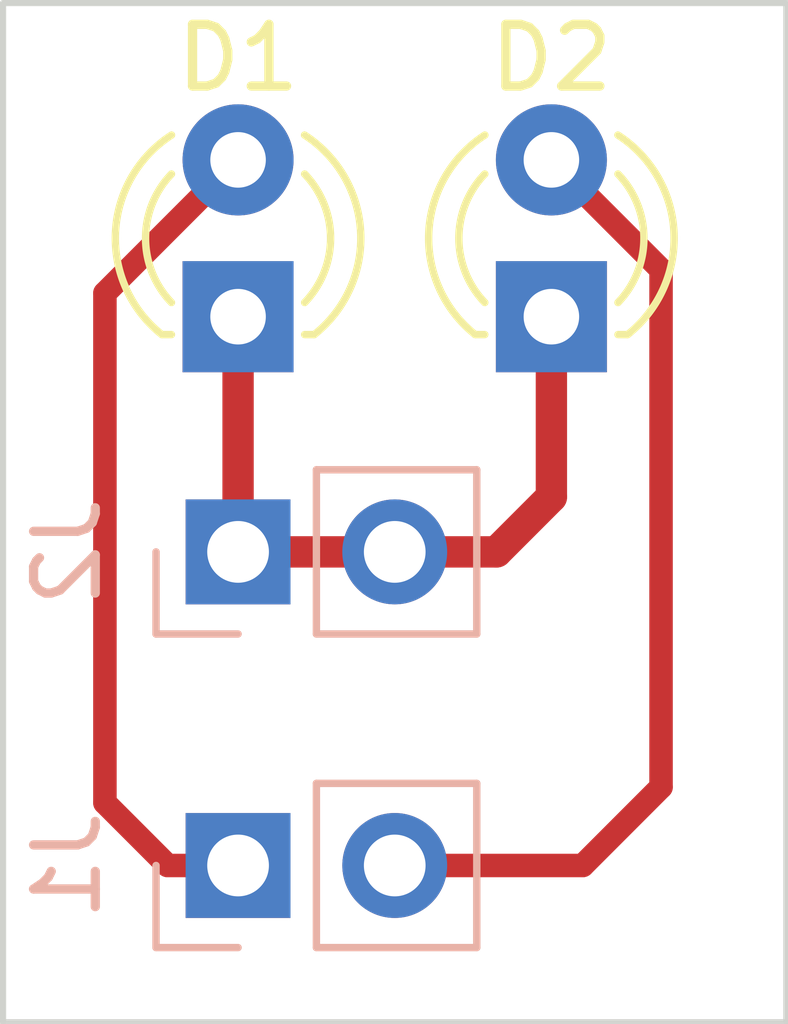
<source format=kicad_pcb>
(kicad_pcb (version 20221018) (generator pcbnew)
  (layers (0 "F.Cu" signal) (31 "B.Cu" signal) (34 "B.Paste" user) (35 "F.Paste" user) (36 "B.SilkS" user "B.Silkscreen") (37 "F.SilkS" user "F.Silkscreen") (38 "B.Mask" user) (39 "F.Mask" user) (44 "Edge.Cuts" user))
  (net 0 "")
  (net 1 "GND")
  (net 2 "Net-(D1-A)")
  (net 3 "Net-(D2-A)")
  (footprint "LED_THT:LED_D3.0mm" (layer "F.Cu") (at 132.08 87.63 90)
    (fp_text reference "D1" (at 4.191 0 180) (layer "F.SilkS"))
    (fp_text value "LED" hide)
    (fp_line (start -0.29 -1.236) (end -0.29 -1.08) (stroke (width 0.12)) (layer "F.SilkS"))
    (fp_line (start -0.29 1.08) (end -0.29 1.236) (stroke (width 0.12)) (layer "F.SilkS"))
    (fp_arc (start -0.29 -1.235516) (mid 1.366487 -1.987659) (end 2.942335 -1.078608) (stroke (width 0.12)) (layer "F.SilkS"))
    (fp_arc (start 0.229039 -1.08) (mid 1.270117 -1.5) (end 2.31113 -1.079837) (stroke (width 0.12)) (layer "F.SilkS"))
    (fp_arc (start 2.31113 1.079837) (mid 1.270117 1.5) (end 0.229039 1.08) (stroke (width 0.12)) (layer "F.SilkS"))
    (fp_arc (start 2.942335 1.078608) (mid 1.366487 1.987659) (end -0.29 1.235516) (stroke (width 0.12)) (layer "F.SilkS"))
    (pad "1" thru_hole rect (at 0 0 90) (size 1.8 1.8) (drill 0.9) (layers "*.Cu" "*.Mask") (net 1 "GND"))
    (pad "2" thru_hole circle (at 2.54 0 90) (size 1.8 1.8) (drill 0.9) (layers "*.Cu" "*.Mask") (net 2 "Net-(D1-A)"))
  )
  (footprint "LED_THT:LED_D3.0mm" (layer "F.Cu") (at 137.16 87.63 90)
    (fp_text reference "D2" (at 4.191 0 180) (layer "F.SilkS"))
    (fp_text value "LED" hide)
    (fp_line (start -0.29 -1.236) (end -0.29 -1.08) (stroke (width 0.12)) (layer "F.SilkS"))
    (fp_line (start -0.29 1.08) (end -0.29 1.236) (stroke (width 0.12)) (layer "F.SilkS"))
    (fp_arc (start -0.29 -1.235516) (mid 1.366487 -1.987659) (end 2.942335 -1.078608) (stroke (width 0.12)) (layer "F.SilkS"))
    (fp_arc (start 0.229039 -1.08) (mid 1.270117 -1.5) (end 2.31113 -1.079837) (stroke (width 0.12)) (layer "F.SilkS"))
    (fp_arc (start 2.31113 1.079837) (mid 1.270117 1.5) (end 0.229039 1.08) (stroke (width 0.12)) (layer "F.SilkS"))
    (fp_arc (start 2.942335 1.078608) (mid 1.366487 1.987659) (end -0.29 1.235516) (stroke (width 0.12)) (layer "F.SilkS"))
    (pad "1" thru_hole rect (at 0 0 90) (size 1.8 1.8) (drill 0.9) (layers "*.Cu" "*.Mask") (net 1 "GND"))
    (pad "2" thru_hole circle (at 2.54 0 90) (size 1.8 1.8) (drill 0.9) (layers "*.Cu" "*.Mask") (net 3 "Net-(D2-A)"))
  )
  (footprint "Connector_PinSocket_2.54mm:PinSocket_1x02_P2.54mm_Vertical" (layer "B.Cu") (at 132.08 91.44 -90)
    (fp_text reference "J2" (at 0 2.77 90) (layer "B.SilkS") (effects (justify mirror)))
    (fp_text value "Conn_01x02_Socket" hide)
    (fp_line (start -1.33 -3.87) (end 1.33 -3.87) (stroke (width 0.12)) (layer "B.SilkS"))
    (fp_line (start -1.33 -1.27) (end -1.33 -3.87) (stroke (width 0.12)) (layer "B.SilkS"))
    (fp_line (start -1.33 -1.27) (end 1.33 -1.27) (stroke (width 0.12)) (layer "B.SilkS"))
    (fp_line (start 0 1.33) (end 1.33 1.33) (stroke (width 0.12)) (layer "B.SilkS"))
    (fp_line (start 1.33 -1.27) (end 1.33 -3.87) (stroke (width 0.12)) (layer "B.SilkS"))
    (fp_line (start 1.33 1.33) (end 1.33 0) (stroke (width 0.12)) (layer "B.SilkS"))
    (pad "1" thru_hole rect (at 0 0 270) (size 1.7 1.7) (drill 1) (layers "*.Cu" "*.Mask") (net 1 "GND"))
    (pad "2" thru_hole oval (at 0 -2.54 270) (size 1.7 1.7) (drill 1) (layers "*.Cu" "*.Mask") (net 1 "GND"))
  )
  (footprint "Connector_PinSocket_2.54mm:PinSocket_1x02_P2.54mm_Vertical" (layer "B.Cu") (at 132.08 96.52 -90)
    (fp_text reference "J1" (at 0 2.77 90) (layer "B.SilkS") (effects (justify mirror)))
    (fp_text value "Conn_01x02_Socket" hide)
    (fp_line (start -1.33 -3.87) (end 1.33 -3.87) (stroke (width 0.12)) (layer "B.SilkS"))
    (fp_line (start -1.33 -1.27) (end -1.33 -3.87) (stroke (width 0.12)) (layer "B.SilkS"))
    (fp_line (start -1.33 -1.27) (end 1.33 -1.27) (stroke (width 0.12)) (layer "B.SilkS"))
    (fp_line (start 0 1.33) (end 1.33 1.33) (stroke (width 0.12)) (layer "B.SilkS"))
    (fp_line (start 1.33 -1.27) (end 1.33 -3.87) (stroke (width 0.12)) (layer "B.SilkS"))
    (fp_line (start 1.33 1.33) (end 1.33 0) (stroke (width 0.12)) (layer "B.SilkS"))
    (pad "1" thru_hole rect (at 0 0 270) (size 1.7 1.7) (drill 1) (layers "*.Cu" "*.Mask") (net 2 "Net-(D1-A)"))
    (pad "2" thru_hole oval (at 0 -2.54 270) (size 1.7 1.7) (drill 1) (layers "*.Cu" "*.Mask") (net 3 "Net-(D2-A)"))
  )
  (gr_line (start 128.27 99.06) (end 128.27 82.55) (stroke (width 0.1)) (layer "Edge.Cuts"))
  (gr_line (start 140.97 82.55) (end 140.97 99.06) (stroke (width 0.1)) (layer "Edge.Cuts"))
  (gr_line (start 128.27 82.55) (end 140.97 82.55) (stroke (width 0.1)) (layer "Edge.Cuts"))
  (gr_line (start 140.97 99.06) (end 128.27 99.06) (stroke (width 0.1)) (layer "Edge.Cuts"))
  (segment (start 132.08 91.44) (end 134.62 91.44) (width 0.508) (layer "F.Cu") (net 1))
  (segment (start 137.16 90.551) (end 137.16 87.63) (width 0.508) (layer "F.Cu") (net 1))
  (segment (start 136.271 91.44) (end 137.16 90.551) (width 0.508) (layer "F.Cu") (net 1))
  (segment (start 134.62 91.44) (end 136.271 91.44) (width 0.508) (layer "F.Cu") (net 1))
  (segment (start 132.08 87.63) (end 132.08 91.44) (width 0.508) (layer "F.Cu") (net 1))
  (segment (start 129.921 95.504) (end 129.921 87.249) (width 0.381) (layer "F.Cu") (net 2))
  (segment (start 130.937 96.52) (end 129.921 95.504) (width 0.381) (layer "F.Cu") (net 2))
  (segment (start 129.921 87.249) (end 132.08 85.09) (width 0.381) (layer "F.Cu") (net 2))
  (segment (start 132.08 96.52) (end 130.937 96.52) (width 0.381) (layer "F.Cu") (net 2))
  (segment (start 137.668 96.52) (end 138.938 95.25) (width 0.381) (layer "F.Cu") (net 3))
  (segment (start 138.938 95.25) (end 138.938 86.868) (width 0.381) (layer "F.Cu") (net 3))
  (segment (start 138.938 86.868) (end 137.16 85.09) (width 0.381) (layer "F.Cu") (net 3))
  (segment (start 134.62 96.52) (end 137.668 96.52) (width 0.381) (layer "F.Cu") (net 3))
)
</source>
